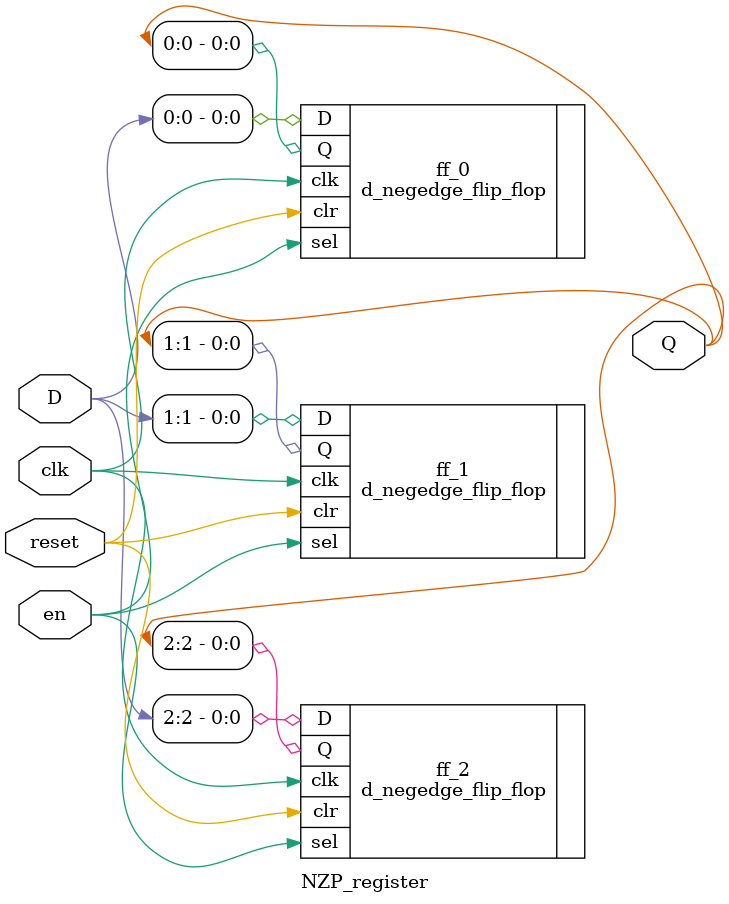
<source format=v>

module NZP_register(D, Q, en, reset, clk);

input en, reset, clk;
input [2:0] D;
output [2:0] Q;

d_negedge_flip_flop ff_0(.clk(clk), .D(D[0]), .sel(en), .Q(Q[0]), .clr(reset));
d_negedge_flip_flop ff_1(.clk(clk), .D(D[1]), .sel(en), .Q(Q[1]), .clr(reset));
d_negedge_flip_flop ff_2(.clk(clk), .D(D[2]), .sel(en), .Q(Q[2]), .clr(reset));

endmodule
</source>
